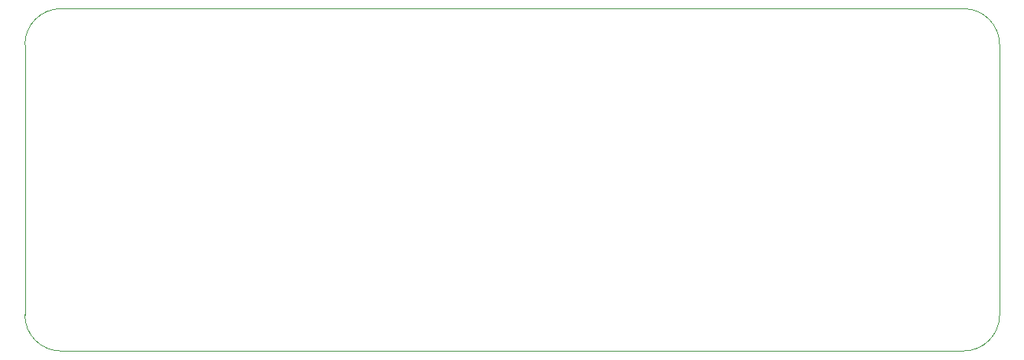
<source format=gm1>
%TF.GenerationSoftware,KiCad,Pcbnew,(7.0.0)*%
%TF.CreationDate,2025-05-12T15:52:06+02:00*%
%TF.ProjectId,TP,54502e6b-6963-4616-945f-706362585858,rev?*%
%TF.SameCoordinates,Original*%
%TF.FileFunction,Profile,NP*%
%FSLAX46Y46*%
G04 Gerber Fmt 4.6, Leading zero omitted, Abs format (unit mm)*
G04 Created by KiCad (PCBNEW (7.0.0)) date 2025-05-12 15:52:06*
%MOMM*%
%LPD*%
G01*
G04 APERTURE LIST*
%TA.AperFunction,Profile*%
%ADD10C,0.100000*%
%TD*%
G04 APERTURE END LIST*
D10*
X85500000Y-74000000D02*
G75*
G03*
X81500000Y-78000000I0J-4000000D01*
G01*
X185500000Y-112000000D02*
G75*
G03*
X189500000Y-108000000I0J4000000D01*
G01*
X85500000Y-74000000D02*
X185500000Y-74000000D01*
X81500000Y-108000000D02*
G75*
G03*
X85500000Y-112000000I4000000J0D01*
G01*
X189500000Y-78000000D02*
X189500000Y-108000000D01*
X189500000Y-78000000D02*
G75*
G03*
X185500000Y-74000000I-4000000J0D01*
G01*
X81500000Y-78000000D02*
X81500000Y-108000000D01*
X85500000Y-112000000D02*
X185500000Y-112000000D01*
M02*

</source>
